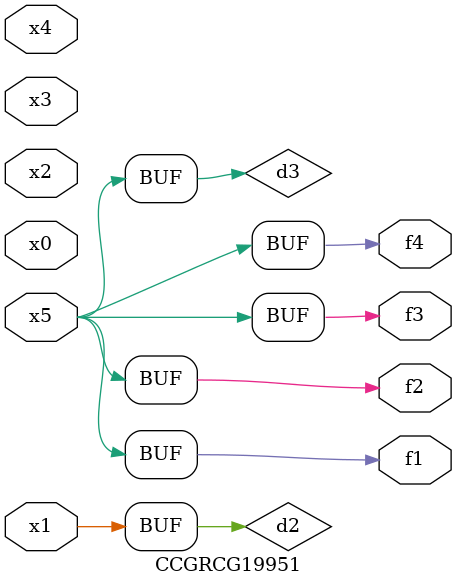
<source format=v>
module CCGRCG19951(
	input x0, x1, x2, x3, x4, x5,
	output f1, f2, f3, f4
);

	wire d1, d2, d3;

	not (d1, x5);
	or (d2, x1);
	xnor (d3, d1);
	assign f1 = d3;
	assign f2 = d3;
	assign f3 = d3;
	assign f4 = d3;
endmodule

</source>
